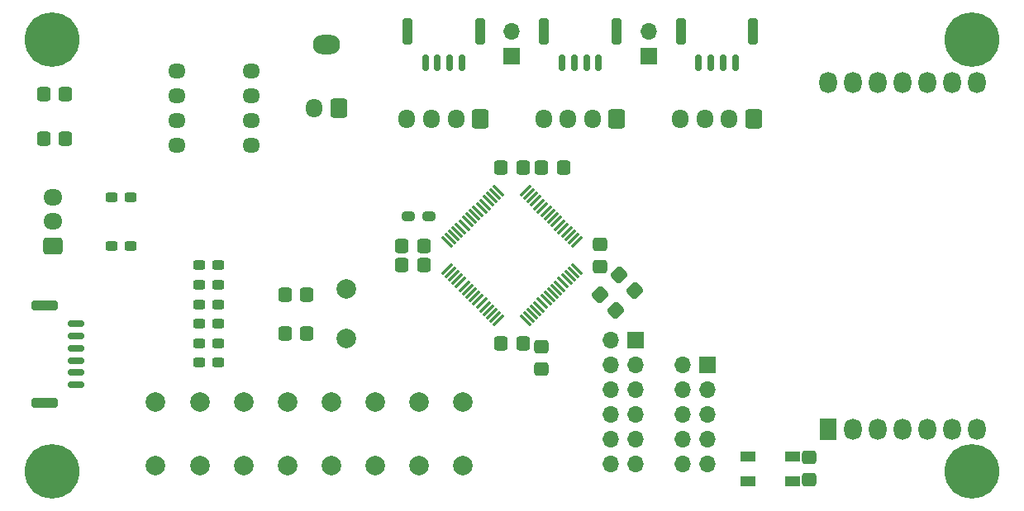
<source format=gts>
G04 #@! TF.GenerationSoftware,KiCad,Pcbnew,7.0.9*
G04 #@! TF.CreationDate,2024-07-10T10:25:31+09:00*
G04 #@! TF.ProjectId,ODAmain,4f44416d-6169-46e2-9e6b-696361645f70,rev?*
G04 #@! TF.SameCoordinates,Original*
G04 #@! TF.FileFunction,Soldermask,Top*
G04 #@! TF.FilePolarity,Negative*
%FSLAX46Y46*%
G04 Gerber Fmt 4.6, Leading zero omitted, Abs format (unit mm)*
G04 Created by KiCad (PCBNEW 7.0.9) date 2024-07-10 10:25:31*
%MOMM*%
%LPD*%
G01*
G04 APERTURE LIST*
G04 Aperture macros list*
%AMRoundRect*
0 Rectangle with rounded corners*
0 $1 Rounding radius*
0 $2 $3 $4 $5 $6 $7 $8 $9 X,Y pos of 4 corners*
0 Add a 4 corners polygon primitive as box body*
4,1,4,$2,$3,$4,$5,$6,$7,$8,$9,$2,$3,0*
0 Add four circle primitives for the rounded corners*
1,1,$1+$1,$2,$3*
1,1,$1+$1,$4,$5*
1,1,$1+$1,$6,$7*
1,1,$1+$1,$8,$9*
0 Add four rect primitives between the rounded corners*
20,1,$1+$1,$2,$3,$4,$5,0*
20,1,$1+$1,$4,$5,$6,$7,0*
20,1,$1+$1,$6,$7,$8,$9,0*
20,1,$1+$1,$8,$9,$2,$3,0*%
G04 Aperture macros list end*
%ADD10C,2.000000*%
%ADD11RoundRect,0.292875X-0.394625X-0.432125X0.394625X-0.432125X0.394625X0.432125X-0.394625X0.432125X0*%
%ADD12R,1.700000X1.700000*%
%ADD13O,1.700000X1.700000*%
%ADD14RoundRect,0.250000X0.250000X1.100000X-0.250000X1.100000X-0.250000X-1.100000X0.250000X-1.100000X0*%
%ADD15RoundRect,0.150000X0.150000X0.700000X-0.150000X0.700000X-0.150000X-0.700000X0.150000X-0.700000X0*%
%ADD16RoundRect,0.250000X0.725000X-0.600000X0.725000X0.600000X-0.725000X0.600000X-0.725000X-0.600000X0*%
%ADD17O,1.950000X1.700000*%
%ADD18C,1.000000*%
%ADD19C,5.600000*%
%ADD20RoundRect,0.292875X-0.584601X-0.026517X-0.026517X-0.584601X0.584601X0.026517X0.026517X0.584601X0*%
%ADD21RoundRect,0.250000X0.600000X0.725000X-0.600000X0.725000X-0.600000X-0.725000X0.600000X-0.725000X0*%
%ADD22O,1.700000X1.950000*%
%ADD23RoundRect,0.237500X0.387500X0.237500X-0.387500X0.237500X-0.387500X-0.237500X0.387500X-0.237500X0*%
%ADD24O,1.800000X1.524000*%
%ADD25RoundRect,0.292875X-0.432125X0.394625X-0.432125X-0.394625X0.432125X-0.394625X0.432125X0.394625X0*%
%ADD26R,1.800000X2.200000*%
%ADD27O,1.800000X2.200000*%
%ADD28R,1.500000X1.000000*%
%ADD29RoundRect,0.292875X0.394625X0.432125X-0.394625X0.432125X-0.394625X-0.432125X0.394625X-0.432125X0*%
%ADD30RoundRect,0.237500X-0.387500X-0.237500X0.387500X-0.237500X0.387500X0.237500X-0.387500X0.237500X0*%
%ADD31RoundRect,0.075000X-0.441942X-0.548008X0.548008X0.441942X0.441942X0.548008X-0.548008X-0.441942X0*%
%ADD32RoundRect,0.075000X0.441942X-0.548008X0.548008X-0.441942X-0.441942X0.548008X-0.548008X0.441942X0*%
%ADD33RoundRect,0.237500X-0.400000X-0.237500X0.400000X-0.237500X0.400000X0.237500X-0.400000X0.237500X0*%
%ADD34C,1.998980*%
%ADD35RoundRect,0.292875X0.432125X-0.394625X0.432125X0.394625X-0.432125X0.394625X-0.432125X-0.394625X0*%
%ADD36RoundRect,0.250000X-1.100000X0.250000X-1.100000X-0.250000X1.100000X-0.250000X1.100000X0.250000X0*%
%ADD37RoundRect,0.150000X-0.700000X0.150000X-0.700000X-0.150000X0.700000X-0.150000X0.700000X0.150000X0*%
%ADD38O,2.800000X2.000000*%
G04 APERTURE END LIST*
D10*
X141500000Y-129500000D03*
X141500000Y-123000000D03*
X146000000Y-129500000D03*
X146000000Y-123000000D03*
D11*
X163000000Y-99000000D03*
X165275000Y-99000000D03*
D12*
X180000000Y-119254000D03*
D13*
X177460000Y-119254000D03*
X180000000Y-121794000D03*
X177460000Y-121794000D03*
X180000000Y-124334000D03*
X177460000Y-124334000D03*
X180000000Y-126874000D03*
X177460000Y-126874000D03*
X180000000Y-129414000D03*
X177460000Y-129414000D03*
D10*
X132500000Y-129500000D03*
X132500000Y-123000000D03*
X137000000Y-129500000D03*
X137000000Y-123000000D03*
D11*
X136725000Y-116000000D03*
X139000000Y-116000000D03*
D14*
X163275000Y-85000000D03*
X170725000Y-85000000D03*
D15*
X165125000Y-88200000D03*
X166375000Y-88200000D03*
X167625000Y-88200000D03*
X168875000Y-88200000D03*
D16*
X113000000Y-107000000D03*
D17*
X113000000Y-104500000D03*
X113000000Y-102000000D03*
D10*
X123500000Y-129500000D03*
X123500000Y-123000000D03*
X128000000Y-129500000D03*
X128000000Y-123000000D03*
D18*
X204950000Y-130150000D03*
X205594370Y-128594370D03*
X205594370Y-131705630D03*
X207150000Y-127950000D03*
D19*
X207150000Y-130150000D03*
D18*
X207150000Y-132350000D03*
X208705630Y-128594370D03*
X208705630Y-131705630D03*
X209350000Y-130150000D03*
X110680000Y-85850000D03*
X111324370Y-84294370D03*
X111324370Y-87405630D03*
X112880000Y-83650000D03*
D19*
X112880000Y-85850000D03*
D18*
X112880000Y-88050000D03*
X114435630Y-84294370D03*
X114435630Y-87405630D03*
X115080000Y-85850000D03*
D20*
X169000000Y-112000000D03*
X170608668Y-113608668D03*
D21*
X170750000Y-94000000D03*
D22*
X168250000Y-94000000D03*
X165750000Y-94000000D03*
X163250000Y-94000000D03*
D23*
X129912500Y-109000000D03*
X127962500Y-109000000D03*
D24*
X125690000Y-89030000D03*
X125690000Y-91570000D03*
X125690000Y-94110000D03*
X125690000Y-96650000D03*
X133310000Y-96650000D03*
X133310000Y-94110000D03*
X133310000Y-91570000D03*
X133310000Y-89030000D03*
D14*
X177275000Y-85010000D03*
X184725000Y-85010000D03*
D15*
X179125000Y-88210000D03*
X180375000Y-88210000D03*
X181625000Y-88210000D03*
X182875000Y-88210000D03*
D25*
X163000000Y-117362500D03*
X163000000Y-119637500D03*
D26*
X192380000Y-125780000D03*
D27*
X194920000Y-125780000D03*
X197460000Y-125780000D03*
X200000000Y-125780000D03*
X202540000Y-125780000D03*
X205080000Y-125780000D03*
X207620000Y-125780000D03*
X207620000Y-90220000D03*
X205080000Y-90220000D03*
X202540000Y-90220000D03*
X200000000Y-90220000D03*
X197460000Y-90220000D03*
X194920000Y-90220000D03*
X192380000Y-90220000D03*
D11*
X136725000Y-112000000D03*
X139000000Y-112000000D03*
D20*
X171000000Y-110000000D03*
X172608668Y-111608668D03*
D28*
X188737500Y-131112500D03*
X188737500Y-128612500D03*
X184137500Y-131112500D03*
X184137500Y-128612500D03*
D12*
X172634000Y-116714000D03*
D13*
X170094000Y-116714000D03*
X172634000Y-119254000D03*
X170094000Y-119254000D03*
X172634000Y-121794000D03*
X170094000Y-121794000D03*
X172634000Y-124334000D03*
X170094000Y-124334000D03*
X172634000Y-126874000D03*
X170094000Y-126874000D03*
X172634000Y-129414000D03*
X170094000Y-129414000D03*
D11*
X112000000Y-91440000D03*
X114275000Y-91440000D03*
D29*
X161137500Y-99000000D03*
X158862500Y-99000000D03*
D21*
X156750000Y-94000000D03*
D22*
X154250000Y-94000000D03*
X151750000Y-94000000D03*
X149250000Y-94000000D03*
D25*
X190437500Y-128725000D03*
X190437500Y-131000000D03*
D11*
X112000000Y-96000000D03*
X114275000Y-96000000D03*
D30*
X118962500Y-107000000D03*
X120912500Y-107000000D03*
D23*
X129912500Y-113000000D03*
X127962500Y-113000000D03*
X129912500Y-117000000D03*
X127962500Y-117000000D03*
D12*
X160000000Y-87540000D03*
D13*
X160000000Y-85000000D03*
D18*
X110650000Y-130150000D03*
X111294370Y-128594370D03*
X111294370Y-131705630D03*
X112850000Y-127950000D03*
D19*
X112850000Y-130150000D03*
D18*
X112850000Y-132350000D03*
X114405630Y-128594370D03*
X114405630Y-131705630D03*
X115050000Y-130150000D03*
D29*
X151000000Y-107000000D03*
X148725000Y-107000000D03*
D23*
X129912500Y-115000000D03*
X127962500Y-115000000D03*
D30*
X119000000Y-102000000D03*
X120950000Y-102000000D03*
D31*
X153335519Y-109361181D03*
X153689072Y-109714734D03*
X154042625Y-110068287D03*
X154396179Y-110421841D03*
X154749732Y-110775394D03*
X155103286Y-111128948D03*
X155456839Y-111482501D03*
X155810392Y-111836054D03*
X156163946Y-112189608D03*
X156517499Y-112543161D03*
X156871052Y-112896714D03*
X157224606Y-113250268D03*
X157578159Y-113603821D03*
X157931713Y-113957375D03*
X158285266Y-114310928D03*
X158638819Y-114664481D03*
D32*
X161361181Y-114664481D03*
X161714734Y-114310928D03*
X162068287Y-113957375D03*
X162421841Y-113603821D03*
X162775394Y-113250268D03*
X163128948Y-112896714D03*
X163482501Y-112543161D03*
X163836054Y-112189608D03*
X164189608Y-111836054D03*
X164543161Y-111482501D03*
X164896714Y-111128948D03*
X165250268Y-110775394D03*
X165603821Y-110421841D03*
X165957375Y-110068287D03*
X166310928Y-109714734D03*
X166664481Y-109361181D03*
D31*
X166664481Y-106638819D03*
X166310928Y-106285266D03*
X165957375Y-105931713D03*
X165603821Y-105578159D03*
X165250268Y-105224606D03*
X164896714Y-104871052D03*
X164543161Y-104517499D03*
X164189608Y-104163946D03*
X163836054Y-103810392D03*
X163482501Y-103456839D03*
X163128948Y-103103286D03*
X162775394Y-102749732D03*
X162421841Y-102396179D03*
X162068287Y-102042625D03*
X161714734Y-101689072D03*
X161361181Y-101335519D03*
D32*
X158638819Y-101335519D03*
X158285266Y-101689072D03*
X157931713Y-102042625D03*
X157578159Y-102396179D03*
X157224606Y-102749732D03*
X156871052Y-103103286D03*
X156517499Y-103456839D03*
X156163946Y-103810392D03*
X155810392Y-104163946D03*
X155456839Y-104517499D03*
X155103286Y-104871052D03*
X154749732Y-105224606D03*
X154396179Y-105578159D03*
X154042625Y-105931713D03*
X153689072Y-106285266D03*
X153335519Y-106638819D03*
D10*
X150500000Y-129500000D03*
X150500000Y-123000000D03*
X155000000Y-129500000D03*
X155000000Y-123000000D03*
D18*
X204950000Y-85850000D03*
X205594370Y-84294370D03*
X205594370Y-87405630D03*
X207150000Y-83650000D03*
D19*
X207150000Y-85850000D03*
D18*
X207150000Y-88050000D03*
X208705630Y-84294370D03*
X208705630Y-87405630D03*
X209350000Y-85850000D03*
D11*
X158862500Y-117000000D03*
X161137500Y-117000000D03*
D33*
X149375000Y-104000000D03*
X151500000Y-104000000D03*
D14*
X149275000Y-85000000D03*
X156725000Y-85000000D03*
D15*
X151125000Y-88200000D03*
X152375000Y-88200000D03*
X153625000Y-88200000D03*
X154875000Y-88200000D03*
D29*
X151000000Y-109000000D03*
X148725000Y-109000000D03*
D34*
X143000000Y-116540000D03*
X143000000Y-111460000D03*
D35*
X169000000Y-109137500D03*
X169000000Y-106862500D03*
D23*
X129912500Y-119000000D03*
X127962500Y-119000000D03*
D12*
X174000000Y-87540000D03*
D13*
X174000000Y-85000000D03*
D21*
X184750000Y-94000000D03*
D22*
X182250000Y-94000000D03*
X179750000Y-94000000D03*
X177250000Y-94000000D03*
D36*
X112150000Y-123100000D03*
X112150000Y-113150000D03*
D37*
X115350000Y-121250000D03*
X115350000Y-120000000D03*
X115350000Y-118750000D03*
X115350000Y-117500000D03*
X115350000Y-116250000D03*
X115350000Y-115000000D03*
D22*
X139750000Y-92900000D03*
D21*
X142250000Y-92900000D03*
D38*
X141000000Y-86400000D03*
D23*
X129912500Y-111000000D03*
X127962500Y-111000000D03*
M02*

</source>
